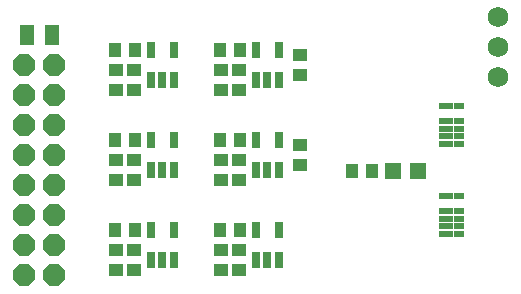
<source format=gts>
G75*
G70*
%OFA0B0*%
%FSLAX24Y24*%
%IPPOS*%
%LPD*%
%AMOC8*
5,1,8,0,0,1.08239X$1,22.5*
%
%ADD10R,0.0300X0.0580*%
%ADD11R,0.0500X0.0430*%
%ADD12OC8,0.0740*%
%ADD13R,0.0460X0.0680*%
%ADD14R,0.0380X0.0230*%
%ADD15R,0.0480X0.0230*%
%ADD16R,0.0430X0.0500*%
%ADD17C,0.0680*%
%ADD18R,0.0552X0.0552*%
D10*
X007890Y001540D03*
X008260Y001540D03*
X008630Y001540D03*
X008630Y002560D03*
X007890Y002560D03*
X007890Y004540D03*
X008260Y004540D03*
X008630Y004540D03*
X008630Y005560D03*
X007890Y005560D03*
X007890Y007540D03*
X008260Y007540D03*
X008630Y007540D03*
X008630Y008560D03*
X007890Y008560D03*
X011390Y008560D03*
X012130Y008560D03*
X012130Y007540D03*
X011760Y007540D03*
X011390Y007540D03*
X011390Y005560D03*
X012130Y005560D03*
X012130Y004540D03*
X011760Y004540D03*
X011390Y004540D03*
X011390Y002560D03*
X012130Y002560D03*
X012130Y001540D03*
X011760Y001540D03*
X011390Y001540D03*
D11*
X010810Y001210D03*
X010210Y001210D03*
X010210Y001890D03*
X010810Y001890D03*
X010810Y004210D03*
X010210Y004210D03*
X010210Y004890D03*
X010810Y004890D03*
X012860Y004710D03*
X012860Y005390D03*
X010810Y007210D03*
X010210Y007210D03*
X010210Y007890D03*
X010810Y007890D03*
X012860Y007710D03*
X012860Y008390D03*
X007310Y007890D03*
X006710Y007890D03*
X006710Y007210D03*
X007310Y007210D03*
X007310Y004890D03*
X006710Y004890D03*
X006710Y004210D03*
X007310Y004210D03*
X007310Y001890D03*
X006710Y001890D03*
X006710Y001210D03*
X007310Y001210D03*
D12*
X003660Y001050D03*
X004660Y001050D03*
X004660Y002050D03*
X003660Y002050D03*
X003660Y003050D03*
X004660Y003050D03*
X004660Y004050D03*
X003660Y004050D03*
X003660Y005050D03*
X004660Y005050D03*
X004660Y006050D03*
X003660Y006050D03*
X003660Y007050D03*
X004660Y007050D03*
X004660Y008050D03*
X003660Y008050D03*
D13*
X003750Y009050D03*
X004570Y009050D03*
D14*
X018160Y006675D03*
X018160Y006175D03*
X018160Y005925D03*
X018160Y005675D03*
X018160Y005425D03*
X018160Y003675D03*
X018160Y003175D03*
X018160Y002925D03*
X018160Y002675D03*
X018160Y002425D03*
D15*
X017710Y002425D03*
X017710Y002675D03*
X017710Y002925D03*
X017710Y003175D03*
X017710Y003675D03*
X017710Y005425D03*
X017710Y005675D03*
X017710Y005925D03*
X017710Y006175D03*
X017710Y006675D03*
D16*
X015250Y004500D03*
X014570Y004500D03*
X010850Y005550D03*
X010170Y005550D03*
X007350Y005550D03*
X006670Y005550D03*
X006670Y002550D03*
X007350Y002550D03*
X010170Y002550D03*
X010850Y002550D03*
X010850Y008550D03*
X010170Y008550D03*
X007350Y008550D03*
X006670Y008550D03*
D17*
X019460Y008650D03*
X019460Y007650D03*
X019460Y009650D03*
D18*
X016773Y004500D03*
X015946Y004500D03*
M02*

</source>
